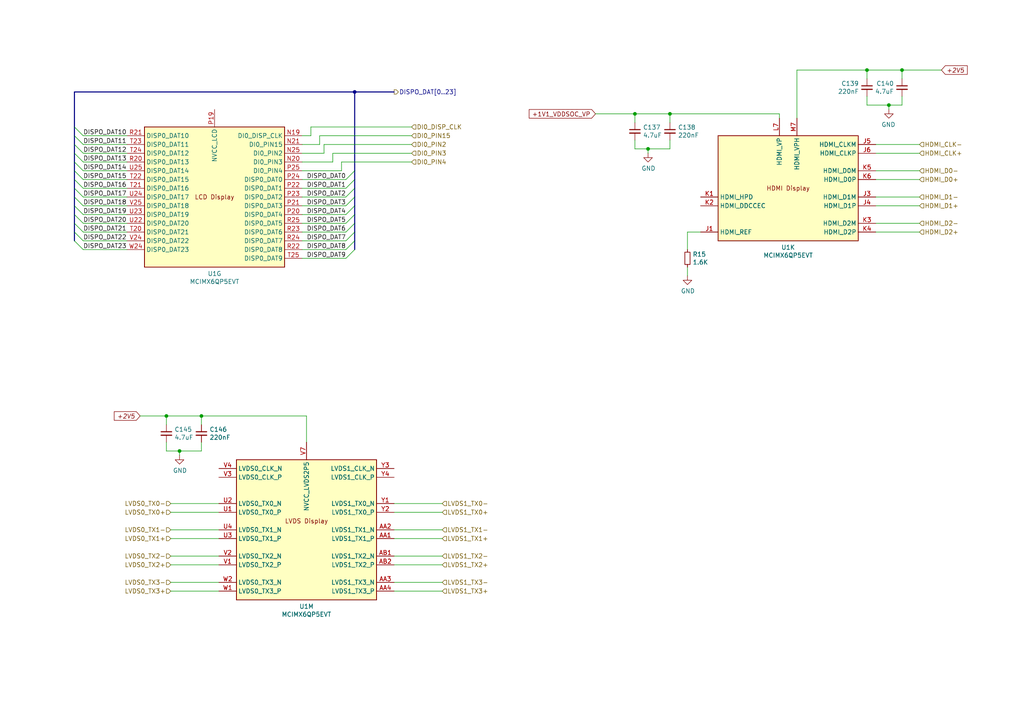
<source format=kicad_sch>
(kicad_sch (version 20211123) (generator eeschema)
  (paper "A4")
  (junction (at 187.96 43.18))
  (junction (at 251.46 20.32))
  (junction (at 52.07 130.81))
  (junction (at 48.26 120.65))
  (junction (at 102.87 26.67))
  (junction (at 194.31 33.02))
  (junction (at 261.62 20.32))
  (junction (at 257.81 30.48))
  (junction (at 184.15 33.02))
  (junction (at 58.42 120.65))
  (bus_entry (at 21.59 64.77) (size 2.54 2.54))
  (bus_entry (at 102.87 67.31) (size -2.54 2.54))
  (bus_entry (at 21.59 62.23) (size 2.54 2.54))
  (bus_entry (at 21.59 59.69) (size 2.54 2.54))
  (bus_entry (at 21.59 46.99) (size 2.54 2.54))
  (bus_entry (at 21.59 69.85) (size 2.54 2.54))
  (bus_entry (at 102.87 62.23) (size -2.54 2.54))
  (bus_entry (at 21.59 41.91) (size 2.54 2.54))
  (bus_entry (at 21.59 36.83) (size 2.54 2.54))
  (bus_entry (at 21.59 39.37) (size 2.54 2.54))
  (bus_entry (at 21.59 52.07) (size 2.54 2.54))
  (bus_entry (at 102.87 52.07) (size -2.54 2.54))
  (bus_entry (at 102.87 59.69) (size -2.54 2.54))
  (bus_entry (at 102.87 57.15) (size -2.54 2.54))
  (bus_entry (at 102.87 49.53) (size -2.54 2.54))
  (bus_entry (at 102.87 69.85) (size -2.54 2.54))
  (bus_entry (at 21.59 44.45) (size 2.54 2.54))
  (bus_entry (at 21.59 67.31) (size 2.54 2.54))
  (bus_entry (at 102.87 72.39) (size -2.54 2.54))
  (bus_entry (at 102.87 64.77) (size -2.54 2.54))
  (bus_entry (at 102.87 54.61) (size -2.54 2.54))
  (bus_entry (at 21.59 57.15) (size 2.54 2.54))
  (bus_entry (at 21.59 49.53) (size 2.54 2.54))
  (bus_entry (at 21.59 54.61) (size 2.54 2.54))
  (wire (pts (xy 90.17 39.37) (xy 90.17 36.83)))
  (wire (pts (xy 87.63 39.37) (xy 90.17 39.37)))
  (wire (pts (xy 36.83 39.37) (xy 24.13 39.37)))
  (wire (pts (xy 87.63 74.93) (xy 100.33 74.93)))
  (wire (pts (xy 87.63 46.99) (xy 96.52 46.99)))
  (wire (pts (xy 49.53 146.05) (xy 63.5 146.05)))
  (wire (pts (xy 36.83 59.69) (xy 24.13 59.69)))
  (wire (pts (xy 254 67.31) (xy 266.7 67.31)))
  (wire (pts (xy 87.63 62.23) (xy 100.33 62.23)))
  (bus (pts (xy 102.87 26.67) (xy 114.3 26.67)))
  (wire (pts (xy 194.31 35.56) (xy 194.31 33.02)))
  (wire (pts (xy 87.63 64.77) (xy 100.33 64.77)))
  (wire (pts (xy 184.15 40.64) (xy 184.15 43.18)))
  (wire (pts (xy 87.63 52.07) (xy 100.33 52.07)))
  (wire (pts (xy 257.81 30.48) (xy 251.46 30.48)))
  (wire (pts (xy 226.06 34.29) (xy 226.06 33.02)))
  (bus (pts (xy 102.87 57.15) (xy 102.87 59.69)))
  (wire (pts (xy 231.14 34.29) (xy 231.14 20.32)))
  (wire (pts (xy 184.15 43.18) (xy 187.96 43.18)))
  (wire (pts (xy 99.06 46.99) (xy 119.38 46.99)))
  (wire (pts (xy 231.14 20.32) (xy 251.46 20.32)))
  (wire (pts (xy 49.53 153.67) (xy 63.5 153.67)))
  (wire (pts (xy 128.27 148.59) (xy 114.3 148.59)))
  (bus (pts (xy 21.59 39.37) (xy 21.59 41.91)))
  (bus (pts (xy 21.59 36.83) (xy 21.59 39.37)))
  (wire (pts (xy 257.81 30.48) (xy 257.81 31.75)))
  (wire (pts (xy 194.31 40.64) (xy 194.31 43.18)))
  (bus (pts (xy 102.87 54.61) (xy 102.87 57.15)))
  (wire (pts (xy 187.96 43.18) (xy 187.96 44.45)))
  (bus (pts (xy 21.59 59.69) (xy 21.59 62.23)))
  (wire (pts (xy 58.42 128.27) (xy 58.42 130.81)))
  (wire (pts (xy 49.53 171.45) (xy 63.5 171.45)))
  (wire (pts (xy 254 64.77) (xy 266.7 64.77)))
  (wire (pts (xy 184.15 33.02) (xy 172.72 33.02)))
  (wire (pts (xy 261.62 22.86) (xy 261.62 20.32)))
  (bus (pts (xy 21.59 62.23) (xy 21.59 64.77)))
  (wire (pts (xy 49.53 161.29) (xy 63.5 161.29)))
  (wire (pts (xy 261.62 30.48) (xy 257.81 30.48)))
  (wire (pts (xy 194.31 33.02) (xy 184.15 33.02)))
  (bus (pts (xy 21.59 44.45) (xy 21.59 46.99)))
  (wire (pts (xy 199.39 77.47) (xy 199.39 80.01)))
  (wire (pts (xy 93.98 41.91) (xy 119.38 41.91)))
  (wire (pts (xy 128.27 171.45) (xy 114.3 171.45)))
  (wire (pts (xy 254 41.91) (xy 266.7 41.91)))
  (wire (pts (xy 48.26 128.27) (xy 48.26 130.81)))
  (wire (pts (xy 36.83 44.45) (xy 24.13 44.45)))
  (wire (pts (xy 48.26 130.81) (xy 52.07 130.81)))
  (wire (pts (xy 49.53 156.21) (xy 63.5 156.21)))
  (wire (pts (xy 88.9 128.27) (xy 88.9 120.65)))
  (wire (pts (xy 48.26 120.65) (xy 58.42 120.65)))
  (wire (pts (xy 254 57.15) (xy 266.7 57.15)))
  (wire (pts (xy 36.83 64.77) (xy 24.13 64.77)))
  (wire (pts (xy 92.71 41.91) (xy 92.71 39.37)))
  (bus (pts (xy 21.59 46.99) (xy 21.59 49.53)))
  (wire (pts (xy 87.63 54.61) (xy 100.33 54.61)))
  (bus (pts (xy 102.87 69.85) (xy 102.87 72.39)))
  (wire (pts (xy 49.53 148.59) (xy 63.5 148.59)))
  (wire (pts (xy 128.27 163.83) (xy 114.3 163.83)))
  (wire (pts (xy 49.53 168.91) (xy 63.5 168.91)))
  (wire (pts (xy 40.64 120.65) (xy 48.26 120.65)))
  (wire (pts (xy 96.52 44.45) (xy 119.38 44.45)))
  (wire (pts (xy 128.27 156.21) (xy 114.3 156.21)))
  (bus (pts (xy 102.87 62.23) (xy 102.87 64.77)))
  (wire (pts (xy 36.83 69.85) (xy 24.13 69.85)))
  (bus (pts (xy 102.87 67.31) (xy 102.87 69.85)))
  (wire (pts (xy 49.53 163.83) (xy 63.5 163.83)))
  (wire (pts (xy 36.83 57.15) (xy 24.13 57.15)))
  (wire (pts (xy 36.83 72.39) (xy 24.13 72.39)))
  (wire (pts (xy 128.27 153.67) (xy 114.3 153.67)))
  (wire (pts (xy 87.63 69.85) (xy 100.33 69.85)))
  (wire (pts (xy 52.07 130.81) (xy 58.42 130.81)))
  (wire (pts (xy 187.96 43.18) (xy 194.31 43.18)))
  (wire (pts (xy 261.62 27.94) (xy 261.62 30.48)))
  (wire (pts (xy 36.83 54.61) (xy 24.13 54.61)))
  (wire (pts (xy 96.52 46.99) (xy 96.52 44.45)))
  (wire (pts (xy 254 49.53) (xy 266.7 49.53)))
  (wire (pts (xy 254 52.07) (xy 266.7 52.07)))
  (bus (pts (xy 21.59 64.77) (xy 21.59 67.31)))
  (wire (pts (xy 128.27 146.05) (xy 114.3 146.05)))
  (bus (pts (xy 21.59 57.15) (xy 21.59 59.69)))
  (wire (pts (xy 87.63 72.39) (xy 100.33 72.39)))
  (wire (pts (xy 36.83 62.23) (xy 24.13 62.23)))
  (wire (pts (xy 251.46 20.32) (xy 261.62 20.32)))
  (wire (pts (xy 251.46 22.86) (xy 251.46 20.32)))
  (wire (pts (xy 36.83 67.31) (xy 24.13 67.31)))
  (wire (pts (xy 36.83 41.91) (xy 24.13 41.91)))
  (wire (pts (xy 58.42 120.65) (xy 88.9 120.65)))
  (wire (pts (xy 203.2 67.31) (xy 199.39 67.31)))
  (bus (pts (xy 21.59 67.31) (xy 21.59 69.85)))
  (wire (pts (xy 251.46 27.94) (xy 251.46 30.48)))
  (bus (pts (xy 102.87 49.53) (xy 102.87 52.07)))
  (bus (pts (xy 21.59 41.91) (xy 21.59 44.45)))
  (wire (pts (xy 199.39 67.31) (xy 199.39 72.39)))
  (wire (pts (xy 36.83 49.53) (xy 24.13 49.53)))
  (wire (pts (xy 254 44.45) (xy 266.7 44.45)))
  (wire (pts (xy 36.83 46.99) (xy 24.13 46.99)))
  (wire (pts (xy 87.63 57.15) (xy 100.33 57.15)))
  (wire (pts (xy 58.42 123.19) (xy 58.42 120.65)))
  (wire (pts (xy 128.27 168.91) (xy 114.3 168.91)))
  (wire (pts (xy 261.62 20.32) (xy 273.05 20.32)))
  (wire (pts (xy 87.63 59.69) (xy 100.33 59.69)))
  (wire (pts (xy 99.06 49.53) (xy 99.06 46.99)))
  (wire (pts (xy 87.63 67.31) (xy 100.33 67.31)))
  (bus (pts (xy 102.87 26.67) (xy 102.87 49.53)))
  (bus (pts (xy 21.59 49.53) (xy 21.59 52.07)))
  (wire (pts (xy 90.17 36.83) (xy 119.38 36.83)))
  (bus (pts (xy 102.87 52.07) (xy 102.87 54.61)))
  (wire (pts (xy 254 59.69) (xy 266.7 59.69)))
  (wire (pts (xy 87.63 41.91) (xy 92.71 41.91)))
  (bus (pts (xy 21.59 26.67) (xy 102.87 26.67)))
  (wire (pts (xy 36.83 52.07) (xy 24.13 52.07)))
  (bus (pts (xy 21.59 52.07) (xy 21.59 54.61)))
  (wire (pts (xy 184.15 35.56) (xy 184.15 33.02)))
  (wire (pts (xy 48.26 123.19) (xy 48.26 120.65)))
  (wire (pts (xy 87.63 49.53) (xy 99.06 49.53)))
  (wire (pts (xy 128.27 161.29) (xy 114.3 161.29)))
  (wire (pts (xy 52.07 130.81) (xy 52.07 132.08)))
  (wire (pts (xy 93.98 44.45) (xy 93.98 41.91)))
  (bus (pts (xy 102.87 64.77) (xy 102.87 67.31)))
  (bus (pts (xy 21.59 54.61) (xy 21.59 57.15)))
  (wire (pts (xy 87.63 44.45) (xy 93.98 44.45)))
  (wire (pts (xy 226.06 33.02) (xy 194.31 33.02)))
  (wire (pts (xy 92.71 39.37) (xy 119.38 39.37)))
  (bus (pts (xy 21.59 26.67) (xy 21.59 36.83)))
  (bus (pts (xy 102.87 59.69) (xy 102.87 62.23)))
  (label "DISPO_DAT20" (at 24.13 64.77 0))
  (label "DISPO_DAT6" (at 100.33 67.31 180))
  (label "DISPO_DAT22" (at 24.13 69.85 0))
  (label "DISPO_DAT23" (at 24.13 72.39 0))
  (label "DISPO_DAT17" (at 24.13 57.15 0))
  (label "DISPO_DAT19" (at 24.13 62.23 0))
  (label "DISPO_DAT3" (at 100.33 59.69 180))
  (label "DISPO_DAT9" (at 100.33 74.93 180))
  (label "DISPO_DAT10" (at 24.13 39.37 0))
  (label "DISPO_DAT8" (at 100.33 72.39 180))
  (label "DISPO_DAT7" (at 100.33 69.85 180))
  (label "DISPO_DAT15" (at 24.13 52.07 0))
  (label "DISPO_DAT12" (at 24.13 44.45 0))
  (label "DISPO_DAT16" (at 24.13 54.61 0))
  (label "DISPO_DAT0" (at 100.33 52.07 180))
  (label "DISPO_DAT1" (at 100.33 54.61 180))
  (label "DISPO_DAT14" (at 24.13 49.53 0))
  (label "DISPO_DAT21" (at 24.13 67.31 0))
  (label "DISPO_DAT13" (at 24.13 46.99 0))
  (label "DISPO_DAT11" (at 24.13 41.91 0))
  (label "DISPO_DAT2" (at 100.33 57.15 180))
  (label "DISPO_DAT18" (at 24.13 59.69 0))
  (label "DISPO_DAT5" (at 100.33 64.77 180))
  (label "DISPO_DAT4" (at 100.33 62.23 180))
  (global_label "+2V5" (shape input) (at 40.64 120.65 180) (effects (font italic)) (property "Intersheet References" "${INTERSHEET_REFS}" (effects hide)))
  (global_label "+2V5" (shape input) (at 273.05 20.32 0) (effects (font italic)) (property "Intersheet References" "${INTERSHEET_REFS}" (effects hide)))
  (global_label "+1V1_VDDSOC_VP" (shape input) (at 172.72 33.02 180) (property "Intersheet References" "${INTERSHEET_REFS}" (effects hide)))
  (hierarchical_label "LVDS1_TX1+" (shape input) (at 128.27 156.21 0))
  (hierarchical_label "DI0_PIN15" (shape input) (at 119.38 39.37 0))
  (hierarchical_label "LVDS1_TX2-" (shape input) (at 128.27 161.29 0))
  (hierarchical_label "LVDS0_TX2+" (shape input) (at 49.53 163.83 180))
  (hierarchical_label "LVDS0_TX3+" (shape input) (at 49.53 171.45 180))
  (hierarchical_label "HDMI_CLK-" (shape input) (at 266.7 41.91 0))
  (hierarchical_label "LVDS1_TX2+" (shape input) (at 128.27 163.83 0))
  (hierarchical_label "LVDS0_TX0+" (shape input) (at 49.53 148.59 180))
  (hierarchical_label "DI0_DISP_CLK" (shape input) (at 119.38 36.83 0))
  (hierarchical_label "LVDS0_TX1+" (shape input) (at 49.53 156.21 180))
  (hierarchical_label "DI0_PIN4" (shape input) (at 119.38 46.99 0))
  (hierarchical_label "LVDS1_TX0-" (shape input) (at 128.27 146.05 0))
  (hierarchical_label "HDMI_D0+" (shape input) (at 266.7 52.07 0))
  (hierarchical_label "HDMI_D1+" (shape input) (at 266.7 59.69 0))
  (hierarchical_label "LVDS1_TX3+" (shape input) (at 128.27 171.45 0))
  (hierarchical_label "HDMI_D0-" (shape input) (at 266.7 49.53 0))
  (hierarchical_label "LVDS1_TX3-" (shape input) (at 128.27 168.91 0))
  (hierarchical_label "LVDS1_TX1-" (shape input) (at 128.27 153.67 0))
  (hierarchical_label "DI0_PIN2" (shape input) (at 119.38 41.91 0))
  (hierarchical_label "HDMI_D2+" (shape input) (at 266.7 67.31 0))
  (hierarchical_label "LVDS0_TX0-" (shape input) (at 49.53 146.05 180))
  (hierarchical_label "DISPO_DAT[0..23]" (shape output) (at 114.3 26.67 0))
  (hierarchical_label "LVDS1_TX0+" (shape input) (at 128.27 148.59 0))
  (hierarchical_label "LVDS0_TX1-" (shape input) (at 49.53 153.67 180))
  (hierarchical_label "HDMI_D2-" (shape input) (at 266.7 64.77 0))
  (hierarchical_label "LVDS0_TX2-" (shape input) (at 49.53 161.29 180))
  (hierarchical_label "DI0_PIN3" (shape input) (at 119.38 44.45 0))
  (hierarchical_label "HDMI_D1-" (shape input) (at 266.7 57.15 0))
  (hierarchical_label "HDMI_CLK+" (shape input) (at 266.7 44.45 0))
  (hierarchical_label "LVDS0_TX3-" (shape input) (at 49.53 168.91 180))
  (symbol (lib_id "IMXDesign-rescue:MCIMX6QP5EVT-CPU_NXP_IMX") (at 62.23 57.15 0) (mirror y) (unit 7)
    (property "Reference" "U1" (at 62.23 79.375 0))
    (property "Value" "MCIMX6QP5EVT" (at 62.23 81.6864 0))
    (property "Footprint" "Package_BGA:BGA-624_21.0x21.0mm_Layout25x25_P0.8mm" (effects hide))
    (property "Datasheet" "https://www.nxp.com/docs/en/data-sheet/IMX6DQPCEC.pdf" (effects hide))
  )
  (symbol (lib_id "IMXDesign-rescue:MCIMX6QP5EVT-CPU_NXP_IMX") (at 228.6 54.61 0) (unit 11)
    (property "Reference" "U1" (at 228.6 71.755 0))
    (property "Value" "MCIMX6QP5EVT" (at 228.6 74.0664 0))
    (property "Footprint" "Package_BGA:BGA-624_21.0x21.0mm_Layout25x25_P0.8mm" (effects hide))
    (property "Datasheet" "https://www.nxp.com/docs/en/data-sheet/IMX6DQPCEC.pdf" (effects hide))
  )
  (symbol (lib_id "IMXDesign-rescue:MCIMX6QP5EVT-CPU_NXP_IMX") (at 88.9 153.67 0) (unit 13)
    (property "Reference" "U1" (at 88.9 175.895 0))
    (property "Value" "MCIMX6QP5EVT" (at 88.9 178.2064 0))
    (property "Footprint" "Package_BGA:BGA-624_21.0x21.0mm_Layout25x25_P0.8mm" (effects hide))
    (property "Datasheet" "https://www.nxp.com/docs/en/data-sheet/IMX6DQPCEC.pdf" (effects hide))
  )
  (symbol (lib_id "IMXDesign-rescue:C_Small-Device") (at 58.42 125.73 0) (unit 1)
    (property "Reference" "C146" (at 60.7568 124.5616 0) (effects (justify left)))
    (property "Value" "220nF" (at 60.7568 126.873 0) (effects (justify left)))
    (property "Footprint" "Capacitor_SMD:C_0201_0603Metric" (effects hide))
  )
  (symbol (lib_id "IMXDesign-rescue:C_Small-Device") (at 48.26 125.73 0) (unit 1)
    (property "Reference" "C145" (at 50.5968 124.5616 0) (effects (justify left)))
    (property "Value" "4.7uF" (at 50.5968 126.873 0) (effects (justify left)))
    (property "Footprint" "Capacitor_SMD:C_0402_1005Metric" (effects hide))
  )
  (symbol (lib_id "IMXDesign-rescue:GND-power") (at 52.07 132.08 0) (unit 1)
    (property "Reference" "#PWR0213" (effects hide))
    (property "Value" "GND" (at 52.197 136.4742 0))
  )
  (symbol (lib_id "IMXDesign-rescue:R_Small-Device") (at 199.39 74.93 0) (unit 1)
    (property "Reference" "R15" (at 200.8886 73.7616 0) (effects (justify left)))
    (property "Value" "1.6K" (at 200.8886 76.073 0) (effects (justify left)))
    (property "Footprint" "Resistor_SMD:R_0201_0603Metric" (effects hide))
  )
  (symbol (lib_id "IMXDesign-rescue:GND-power") (at 199.39 80.01 0) (unit 1)
    (property "Reference" "#PWR0196" (effects hide))
    (property "Value" "GND" (at 199.517 84.4042 0))
  )
  (symbol (lib_id "IMXDesign-rescue:C_Small-Device") (at 194.31 38.1 0) (unit 1)
    (property "Reference" "C138" (at 196.6468 36.9316 0) (effects (justify left)))
    (property "Value" "220nF" (at 196.6468 39.243 0) (effects (justify left)))
    (property "Footprint" "Capacitor_SMD:C_0201_0603Metric" (effects hide))
  )
  (symbol (lib_id "IMXDesign-rescue:C_Small-Device") (at 184.15 38.1 0) (unit 1)
    (property "Reference" "C137" (at 186.4868 36.9316 0) (effects (justify left)))
    (property "Value" "4.7uF" (at 186.4868 39.243 0) (effects (justify left)))
    (property "Footprint" "Capacitor_SMD:C_0402_1005Metric" (effects hide))
  )
  (symbol (lib_id "IMXDesign-rescue:GND-power") (at 187.96 44.45 0) (unit 1)
    (property "Reference" "#PWR0197" (effects hide))
    (property "Value" "GND" (at 188.087 48.8442 0))
  )
  (symbol (lib_id "IMXDesign-rescue:C_Small-Device") (at 251.46 25.4 0) (mirror y) (unit 1)
    (property "Reference" "C139" (at 249.1232 24.2316 0) (effects (justify left)))
    (property "Value" "220nF" (at 249.1232 26.543 0) (effects (justify left)))
    (property "Footprint" "Capacitor_SMD:C_0201_0603Metric" (effects hide))
  )
  (symbol (lib_id "IMXDesign-rescue:C_Small-Device") (at 261.62 25.4 0) (mirror y) (unit 1)
    (property "Reference" "C140" (at 259.2832 24.2316 0) (effects (justify left)))
    (property "Value" "4.7uF" (at 259.2832 26.543 0) (effects (justify left)))
    (property "Footprint" "Capacitor_SMD:C_0402_1005Metric" (effects hide))
  )
  (symbol (lib_id "IMXDesign-rescue:GND-power") (at 257.81 31.75 0) (mirror y) (unit 1)
    (property "Reference" "#PWR0198" (effects hide))
    (property "Value" "GND" (at 257.683 36.1442 0))
  )
)
</source>
